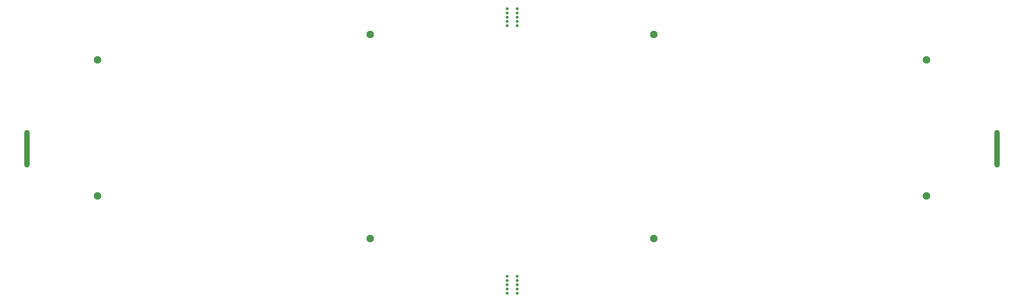
<source format=gbs>
G04 #@! TF.GenerationSoftware,KiCad,Pcbnew,(6.0.0-rc2-14-ga17a58203b)*
G04 #@! TF.CreationDate,2022-01-11T14:57:49+08:00*
G04 #@! TF.ProjectId,underplate,756e6465-7270-46c6-9174-652e6b696361,rev?*
G04 #@! TF.SameCoordinates,Original*
G04 #@! TF.FileFunction,Soldermask,Bot*
G04 #@! TF.FilePolarity,Negative*
%FSLAX46Y46*%
G04 Gerber Fmt 4.6, Leading zero omitted, Abs format (unit mm)*
G04 Created by KiCad (PCBNEW (6.0.0-rc2-14-ga17a58203b)) date 2022-01-11 14:57:49*
%MOMM*%
%LPD*%
G01*
G04 APERTURE LIST*
%ADD10C,0.800000*%
%ADD11O,1.450000X10.550000*%
%ADD12C,2.100000*%
G04 APERTURE END LIST*
D10*
X208687977Y-99591923D03*
X205909677Y-101973323D03*
X205909677Y-98401223D03*
X208687977Y-101973323D03*
X208687977Y-100782623D03*
X205909677Y-99591923D03*
X208687977Y-103164023D03*
X208687977Y-98401223D03*
X205909677Y-100782623D03*
X205909677Y-103164023D03*
X205909677Y-178144823D03*
X205909677Y-173382023D03*
X208687977Y-173382023D03*
X208687977Y-174572723D03*
X205909677Y-175763423D03*
X205909677Y-176954123D03*
X208687977Y-176954123D03*
X205909677Y-174572723D03*
X208687977Y-178144823D03*
X208687977Y-175763423D03*
D11*
X342820027Y-137665423D03*
D12*
X91431877Y-112771423D03*
X167631877Y-162809423D03*
D11*
X71739027Y-137663423D03*
D12*
X91431877Y-150871423D03*
X167631877Y-105659423D03*
X323143650Y-112776000D03*
X246943650Y-162814000D03*
X323143650Y-150876000D03*
X246943650Y-105664000D03*
M02*

</source>
